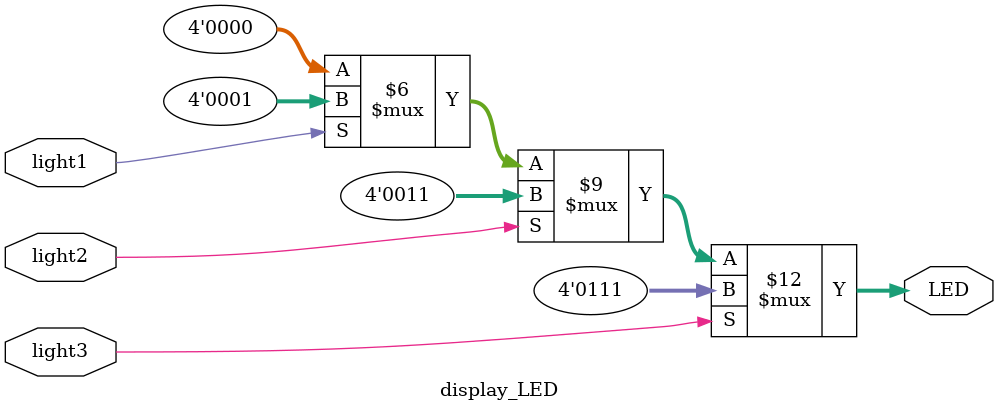
<source format=v>
`timescale 1ns / 1ps
module display_LED(light1,light2,light3,LED);  //Ê¤Àû£¬Ç°ËÄÕµLEDµÆÏÔÊ¾
  input wire light1,light2,light3;
  output reg [3:0]LED;
  
  always @(light1 or light2 or light3)
  begin
    if(light3==1)      
	 begin
		LED<=4'b0111;   //Èý¹ØÈ«Í¨¹ý£¬ÈýÕµµÆÁÁ
    end	
	 else
	   if(light2==1) LED<=4'b0011;  //Í¨¹ýÁ½¹Ø£¬Á½ÕµµÆÁÁ
		else 
		  if(light1==1)  LED<=4'b0001;  //Í¨¹ýÒ»¹Ø£¬Ò»ÕµµÆÁÁ
		  else  LED<=4'b0000;    //µÆÈ«Ãð
  end
  
endmodule

</source>
